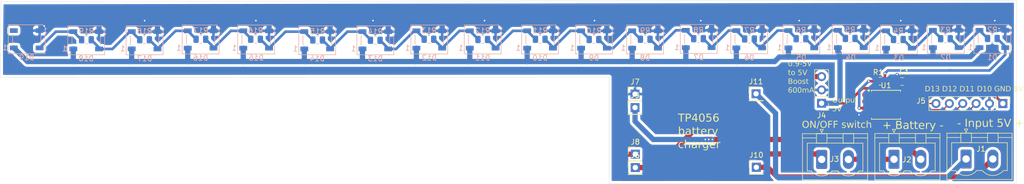
<source format=kicad_pcb>
(kicad_pcb (version 20240108) (generator "pcbnew") (generator_version "8.0")
  (layers (0 "F.Cu" signal) (31 "B.Cu" signal) (34 "B.Paste" user) (35 "F.Paste" user) (36 "B.SilkS" user "B.Silkscreen") (37 "F.SilkS" user "F.Silkscreen") (38 "B.Mask" user) (39 "F.Mask" user) (44 "Edge.Cuts" user))
  (net 0 "")
  (net 1 "GND")
  (net 2 "5V")
  (net 3 "Net-(D1-DIN)")
  (net 4 "Net-(D1-DOUT)")
  (net 5 "Net-(D2-DOUT)")
  (net 6 "Net-(D3-DOUT)")
  (net 7 "Net-(D4-DOUT)")
  (net 8 "Net-(D5-DOUT)")
  (net 9 "Net-(D6-DOUT)")
  (net 10 "7-8")
  (net 11 "Net-(D8-DOUT)")
  (net 12 "Net-(D10-DIN)")
  (net 13 "Net-(D10-DOUT)")
  (net 14 "Net-(D11-DOUT)")
  (net 15 "Net-(D12-DOUT)")
  (net 16 "Net-(D13-DOUT)")
  (net 17 "Net-(D14-DOUT)")
  (net 18 "15-16")
  (net 19 "Net-(D16-DOUT)")
  (net 20 "Net-(D17-DOUT)")
  (net 21 "Net-(D18-DOUT)")
  (net 23 "WS2812b")
  (net 24 "D11")
  (net 25 "Reset")
  (net 26 "D13")
  (net 27 "D12")
  (net 29 "Net-(J1-Pin_2)")
  (net 30 "Net-(J1-Pin_1)")
  (net 31 "Batt-")
  (net 32 "Net-(J2-Pin_1)")
  (net 33 "Net-(J3-Pin_1)")
  (net 34 "VCC-batt")
  (footprint "Package_SO:SOIC-8W_5.3x5.3mm_P1.27mm" (layer "F.Cu") (at 237.45 112.945)
    (property "Reference" "U1")
    (property "Value" "ATtiny85-20S" (hide yes))
  )
  (footprint "Connector_PinHeader_2.54mm:PinHeader_1x01_P2.54mm_Vertical" (layer "F.Cu") (at 212.8 124.85)
    (property "Reference" "J10")
    (property "Value" "Conn_01x01_Pin" (hide yes))
  )
  (footprint "Connector_Phoenix_MSTB:PhoenixContact_MSTBVA_2,5_2-G-5,08_1x02_P5.08mm_Vertical" (layer "F.Cu") (at 238.96 123.3225)
    (property "Reference" "J2")
    (property "Value" "Screw_Terminal_01x02" (hide yes))
  )
  (footprint "Connector_PinHeader_2.54mm:PinHeader_1x01_P2.54mm_Vertical" (layer "F.Cu") (at 212.75 110.85)
    (property "Reference" "J11")
    (property "Value" "Conn_01x01_Pin" (hide yes))
  )
  (footprint "Capacitor_SMD:C_0805_2012Metric" (layer "F.Cu") (at 240.5 108.5 180)
    (property "Reference" "C1")
    (property "Value" "C" (hide yes))
  )
  (footprint "Connector_PinHeader_2.54mm:PinHeader_1x06_P2.54mm_Vertical" (layer "F.Cu") (at 259.64 112.7 -90)
    (property "Reference" "J5")
    (property "Value" "Conn_01x06_Pin" (hide yes))
  )
  (footprint "Connector_PinHeader_2.54mm:PinHeader_1x03_P2.54mm_Vertical" (layer "F.Cu") (at 225.2 112.65 180)
    (property "Reference" "J4")
    (property "Value" "Conn_01x03_Pin" (hide yes))
  )
  (footprint "Connector_PinHeader_2.54mm:PinHeader_1x01_P2.54mm_Vertical" (layer "F.Cu") (at 189.75 110.9)
    (property "Reference" "J7")
    (property "Value" "Conn_01x01_Pin" (hide yes))
  )
  (footprint "Connector_Phoenix_MSTB:PhoenixContact_MSTBVA_2,5_2-G-5,08_1x02_P5.08mm_Vertical" (layer "F.Cu") (at 225.22 123.35)
    (property "Reference" "J3")
    (property "Value" "Screw_Terminal_01x02" (hide yes))
  )
  (footprint "Connector_Phoenix_MSTB:PhoenixContact_MSTBVA_2,5_2-G-5,08_1x02_P5.08mm_Vertical" (layer "F.Cu") (at 252.66 123.2725)
    (property "Reference" "J1")
    (property "Value" "Screw_Terminal_01x02" (hide yes))
  )
  (footprint "Connector_PinHeader_2.54mm:PinHeader_1x01_P2.54mm_Vertical" (layer "F.Cu") (at 189.8 124.9)
    (property "Reference" "J6")
    (property "Value" "Conn_01x01_Pin" (hide yes))
  )
  (footprint "Connector_PinHeader_2.54mm:PinHeader_1x01_P2.54mm_Vertical" (layer "F.Cu") (at 189.75 113.475)
    (property "Reference" "J9")
    (property "Value" "Conn_01x01_Pin" (hide yes))
  )
  (footprint "Resistor_SMD:R_0805_2012Metric" (layer "F.Cu") (at 236.3125 108.45)
    (property "Reference" "R1")
    (property "Value" "330" (hide yes))
  )
  (footprint "Connector_PinHeader_2.54mm:PinHeader_1x01_P2.54mm_Vertical" (layer "F.Cu") (at 189.8 122.35)
    (property "Reference" "J8")
    (property "Value" "Conn_01x01_Pin" (hide yes))
  )
  (footprint "LED_SMD:LED_WS2812B_PLCC4_5.0x5.0mm_P3.2mm" (layer "B.Cu") (at 221.35 100.45)
    (property "Reference" "D5")
    (property "Value" "WS2812B")
  )
  (footprint "Resistor_SMD:R_0805_2012Metric" (layer "B.Cu") (at 191.6875 100.45 180)
    (property "Reference" "R9")
    (property "Value" "0R")
  )
  (footprint "LED_SMD:LED_WS2812B_PLCC4_5.0x5.0mm_P3.2mm" (layer "B.Cu") (at 239.9 100.5)
    (property "Reference" "D3")
    (property "Value" "WS2812B")
  )
  (footprint "LED_SMD:LED_WS2812B_PLCC4_5.0x5.0mm_P3.2mm" (layer "B.Cu") (at 248.8 100.4)
    (property "Reference" "D2")
    (property "Value" "WS2812B")
  )
  (footprint "LED_SMD:LED_WS2812B_PLCC4_5.0x5.0mm_P3.2mm" (layer "B.Cu") (at 191.65 100.5)
    (property "Reference" "D8")
    (property "Value" "WS2812B")
  )
  (footprint "Resistor_SMD:R_0805_2012Metric" (layer "B.Cu") (at 85.5 100.55 180)
    (property "Reference" "R19")
    (property "Value" "0R")
  )
  (footprint "Resistor_SMD:R_0805_2012Metric" (layer "B.Cu") (at 150.5875 100.45 180)
    (property "Reference" "R13")
    (property "Value" "0R")
  )
  (footprint "LED_SMD:LED_WS2812B_PLCC4_5.0x5.0mm_P3.2mm" (layer "B.Cu") (at 96.55 100.65)
    (property "Reference" "D17")
    (property "Value" "WS2812B")
  )
  (footprint "Resistor_SMD:R_0805_2012Metric" (layer "B.Cu") (at 230.6375 100.3 180)
    (property "Reference" "R5")
    (property "Value" "0R")
  )
  (footprint "Resistor_SMD:R_0805_2012Metric" (layer "B.Cu") (at 140.3875 100.65 180)
    (property "Reference" "R14")
    (property "Value" "0R")
  )
  (footprint "LED_SMD:LED_WS2812B_PLCC4_5.0x5.0mm_P3.2mm" (layer "B.Cu") (at 129.35 100.65)
    (property "Reference" "D14")
    (property "Value" "WS2812B")
  )
  (footprint "LED_SMD:LED_WS2812B_PLCC4_5.0x5.0mm_P3.2mm" (layer "B.Cu") (at 257.65 100.4)
    (property "Reference" "D1")
    (property "Value" "WS2812B")
  )
  (footprint "LED_SMD:LED_WS2812B_PLCC4_5.0x5.0mm_P3.2mm" (layer "B.Cu") (at 85.45 100.65)
    (property "Reference" "D18")
    (property "Value" "WS2812B")
  )
  (footprint "Resistor_SMD:R_0805_2012Metric" (layer "B.Cu") (at 257.65 100.3 180)
    (property "Reference" "R2")
    (property "Value" "0R")
  )
  (footprint "Resistor_SMD:R_0805_2012Metric" (layer "B.Cu") (at 107.25 100.45 180)
    (property "Reference" "R17")
    (property "Value" "0R")
  )
  (footprint "LED_SMD:LED_WS2812B_PLCC4_5.0x5.0mm_P3.2mm" (layer "B.Cu") (at 74.15 100.45)
    (property "Reference" "D19")
    (property "Value" "WS2812B")
  )
  (footprint "Resistor_SMD:R_0805_2012Metric" (layer "B.Cu") (at 160.8125 100.5 180)
    (property "Reference" "R12")
    (property "Value" "0R")
  )
  (footprint "Resistor_SMD:R_0805_2012Metric" (layer "B.Cu") (at 96.55 100.55 180)
    (property "Reference" "R18")
    (property "Value" "0R")
  )
  (footprint "Resistor_SMD:R_0805_2012Metric" (layer "B.Cu") (at 181.95 100.5 180)
    (property "Reference" "R10")
    (property "Value" "0R")
  )
  (footprint "LED_SMD:LED_WS2812B_PLCC4_5.0x5.0mm_P3.2mm" (layer "B.Cu") (at 171.7 100.5)
    (property "Reference" "D10")
    (property "Value" "WS2812B")
  )
  (footprint "Resistor_SMD:R_0805_2012Metric" (layer "B.Cu") (at 117.6375 100.45 180)
    (property "Reference" "R16")
    (property "Value" "0R")
  )
  (footprint "LED_SMD:LED_WS2812B_PLCC4_5.0x5.0mm_P3.2mm" (layer "B.Cu") (at 150.65 100.5)
    (property "Reference" "D12")
    (property "Value" "WS2812B")
  )
  (footprint "Resistor_SMD:R_0805_2012Metric" (layer "B.Cu") (at 171.7375 100.45 180)
    (property "Reference" "R11")
    (property "Value" "0R")
  )
  (footprint "LED_SMD:LED_WS2812B_PLCC4_5.0x5.0mm_P3.2mm" (layer "B.Cu") (at 140.4 100.65)
    (property "Reference" "D13")
    (property "Value" "WS2812B")
  )
  (footprint "LED_SMD:LED_WS2812B_PLCC4_5.0x5.0mm_P3.2mm" (layer "B.Cu") (at 160.8 100.5)
    (property "Reference" "D11")
    (property "Value" "WS2812B")
  )
  (footprint "Resistor_SMD:R_0805_2012Metric" (layer "B.Cu") (at 211.5 100.4 180)
    (property "Reference" "R7")
    (property "Value" "0R")
  )
  (footprint "LED_SMD:LED_WS2812B_PLCC4_5.0x5.0mm_P3.2mm" (layer "B.Cu") (at 117.75 100.5)
    (property "Reference" "D15")
    (property "Value" "WS2812B")
  )
  (footprint "Resistor_SMD:R_0805_2012Metric" (layer "B.Cu") (at 129.4375 100.6 180)
    (property "Reference" "R15")
    (property "Value" "0R")
  )
  (footprint "LED_SMD:LED_WS2812B_PLCC4_5.0x5.0mm_P3.2mm" (layer "B.Cu") (at 107.2 100.5)
    (property "Reference" "D16")
    (property "Value" "WS2812B")
  )
  (footprint "Resistor_SMD:R_0805_2012Metric" (layer "B.Cu") (at 248.7375 100.35 180)
    (property "Reference" "R3")
    (property "Value" "0R")
  )
  (footprint "LED_SMD:LED_WS2812B_PLCC4_5.0x5.0mm_P3.2mm" (layer "B.Cu") (at 230.75 100.4)
    (property "Reference" "D4")
    (property "Value" "WS2812B")
  )
  (footprint "LED_SMD:LED_WS2812B_PLCC4_5.0x5.0mm_P3.2mm" (layer "B.Cu") (at 201.85 100.4)
    (property "Reference" "D7")
    (property "Value" "WS2812B")
  )
  (footprint "LED_SMD:LED_WS2812B_PLCC4_5.0x5.0mm_P3.2mm" (layer "B.Cu") (at 211.45 100.45)
    (property "Reference" "D6")
    (property "Value" "WS2812B")
  )
  (footprint "LED_SMD:LED_WS2812B_PLCC4_5.0x5.0mm_P3.2mm" (layer "B.Cu") (at 181.95 100.5)
    (property "Reference" "D9")
    (property "Value" "WS2812B")
  )
  (footprint "Resistor_SMD:R_0805_2012Metric" (layer "B.Cu") (at 221.2875 100.35 180)
    (property "Reference" "R6")
    (property "Value" "0R")
  )
  (footprint "Resistor_SMD:R_0805_2012Metric" (layer "B.Cu") (at 201.8125 100.35 180)
    (property "Reference" "R8")
    (property "Value" "0R")
  )
  (footprint "Resistor_SMD:R_0805_2012Metric" (layer "B.Cu") (at 239.7875 100.5 180)
    (property "Reference" "R4")
    (property "Value" "0R")
  )
  (gr_line (start 69.1 107.75) (end 184.8 107.7) (stroke (width 0.05)) (layer "Edge.Cuts"))
  (gr_line (start 262.2 128) (end 184.8 127.95) (stroke (width 0.05)) (layer "Edge.Cuts"))
  (gr_line (start 69.1 107.75) (end 69.25 93.3) (stroke (width 0.05)) (layer "Edge.Cuts"))
  (gr_line (start 69.25 93.3) (end 262.25 93) (stroke (width 0.05)) (layer "Edge.Cuts"))
  (gr_line (start 262.25 93) (end 262.2 128) (stroke (width 0.05)) (layer "Edge.Cuts"))
  (gr_line (start 184.8 127.95) (end 184.8 107.7) (stroke (width 0.05)) (layer "Edge.Cuts"))
  (gr_text "D13 D12 D11 D10 GND 5V" (at 244.8 110.55 0) (layer "F.SilkS") (effects (font (size 1 1)) (justify left bottom)))
  (gr_text "+ Battery -" (at 236.75 117.8 0) (layer "F.SilkS") (effects (font (size 1.5 1.5)) (justify left bottom)))
  (gr_text "TP4056\nbattery \ncharger" (at 197.9 121.45 0) (layer "F.SilkS") (effects (font (size 1.5 1.5)) (justify left bottom)))
  (gr_text "ON/OFF switch" (at 221.45 117.55 0) (layer "F.SilkS") (effects (font (size 1.3 1.3)) (justify left bottom)))
  (gr_text "- Input 5V +" (at 250.95 117.4 0) (layer "F.SilkS") (effects (font (size 1.5 1.5)) (justify left bottom)))
  (gr_text "Output\n5V" (at 227.2 114.35 0) (layer "F.SilkS") (effects (font (size 1 1)) (justify left bottom)))
  (gr_text "0.9-5V\nto 5V\nBoost\n600mA" (at 218.8 110.8 0) (layer "F.SilkS") (effects (font (size 1 1)) (justify left bottom)))
  (segment (start 233.8 114.85) (end 232.3 114.85) (width 0.5) (layer "F.Cu") (net 1))
  (segment (start 239.55 108.5) (end 239.55 107.15) (width 0.5) (layer "F.Cu") (net 1))
  (via (at 139.95 96.9) (size 0.6) (drill 0.3) (layers "F.Cu" "B.Cu") (net 1))
  (via (at 161.15 96.9) (size 0.6) (drill 0.3) (layers "F.Cu" "B.Cu") (net 1))
  (via (at 220.95 96.9) (size 0.6) (drill 0.3) (layers "F.Cu" "B.Cu") (net 1))
  (via (at 117.7 96.9) (size 0.6) (drill 0.3) (layers "F.Cu" "B.Cu") (net 1))
  (via (at 96.55 96.9) (size 0.6) (drill 0.3) (layers "F.Cu" "B.Cu") (net 1))
  (via (at 258.1 96.9) (size 0.6) (drill 0.3) (layers "F.Cu" "B.Cu") (net 1))
  (via (at 232.3 114.85) (size 0.6) (drill 0.3) (layers "F.Cu" "B.Cu") (net 1))
  (via (at 77.475 97.925) (size 0.6) (drill 0.3) (layers "F.Cu" "B.Cu") (net 1))
  (via (at 239.55 107.15) (size 0.6) (drill 0.3) (layers "F.Cu" "B.Cu") (net 1))
  (via (at 240.25 96.9) (size 0.6) (drill 0.3) (layers "F.Cu" "B.Cu") (net 1))
  (via (at 202.25 96.9) (size 0.6) (drill 0.3) (layers "F.Cu" "B.Cu") (net 1))
  (via (at 182.05 96.9) (size 0.6) (drill 0.3) (layers "F.Cu" "B.Cu") (net 1))
  (segment (start 224 96.9) (end 220.95 96.9) (width 1) (layer "B.Cu") (net 1))
  (segment (start 117.7 96.9) (end 109.55 96.9) (width 1) (layer "B.Cu") (net 1))
  (segment (start 184.4 98.85) (end 184.4 97) (width 1) (layer "B.Cu") (net 1))
  (segment (start 153.1 97.1) (end 152.9 96.9) (width 1) (layer "B.Cu") (net 1))
  (segment (start 120.2 98.85) (end 120.2 97) (width 1) (layer "B.Cu") (net 1))
  (segment (start 98.8 96.9) (end 96.55 96.9) (width 1) (layer "B.Cu") (net 1))
  (segment (start 142.8 96.9) (end 139.95 96.9) (width 1) (layer "B.Cu") (net 1))
  (segment (start 161.15 96.9) (end 152.9 96.9) (width 1) (layer "B.Cu") (net 1))
  (segment (start 242.35 98.85) (end 242.35 97.15) (width 1) (layer "B.Cu") (net 1))
  (segment (start 142.85 99) (end 142.85 96.95) (width 1) (layer "B.Cu") (net 1))
  (segment (start 120.3 96.9) (end 117.7 96.9) (width 1) (layer "B.Cu") (net 1))
  (segment (start 213.85 96.9) (end 204.55 96.9) (width 1) (layer "B.Cu") (net 1))
  (segment (start 78.5 96.9) (end 77.475 97.925) (width 1) (layer "B.Cu") (net 1))
  (segment (start 204.3 98.75) (end 204.3 97.15) (width 1) (layer "B.Cu") (net 1))
  (segment (start 182.05 96.9) (end 174.35 96.9) (width 1) (layer "B.Cu") (net 1))
  (segment (start 109.65 97) (end 109.55 96.9) (width 1) (layer "B.Cu") (net 1))
  (segment (start 184.4 97) (end 184.3 96.9) (width 1) (layer "B.Cu") (net 1))
  (segment (start 120.2 97) (end 120.3 96.9) (width 1) (layer "B.Cu") (net 1))
  (segment (start 152.9 96.9) (end 142.8 96.9) (width 1) (layer "B.Cu") (net 1))
  (segment (start 109.65 98.85) (end 109.65 97) (width 1) (layer "B.Cu") (net 1))
  (segment (start 194.1 97.1) (end 194.3 96.9) (width 1) (layer "B.Cu") (net 1))
  (segment (start 131.75 96.9) (end 120.3 96.9) (width 1) (layer "B.Cu") (net 1))
  (segment (start 153.1 98.85) (end 153.1 97.1) (width 1) (layer "B.Cu") (net 1))
  (segment (start 240.25 96.9) (end 232.95 96.9) (width 1) (layer "B.Cu") (net 1))
  (segment (start 232.95 96.9) (end 224 96.9) (width 1) (layer "B.Cu") (net 1))
  (segment (start 163.4 96.9) (end 161.15 96.9) (width 1) (layer "B.Cu") (net 1))
  (segment (start 87.9 97.15) (end 88.15 96.9) (width 1) (layer "B.Cu") (net 1))
  (segment (start 251 96.9) (end 242.1 96.9) (width 1) (layer "B.Cu") (net 1))
  (segment (start 174.35 96.9) (end 163.4 96.9) (width 1) (layer "B.Cu") (net 1))
  (segment (start 109.55 96.9) (end 98.8 96.9) (width 1) (layer "B.Cu") (net 1))
  (segment (start 258.1 96.9) (end 251 96.9) (width 1) (layer "B.Cu") (net 1))
  (segment (start 194.3 96.9) (end 184.3 96.9) (width 1) (layer "B.Cu") (net 1))
  (segment (start 99 97.1) (end 98.8 96.9) (width 1) (layer "B.Cu") (net 1))
  (segment (start 242.35 97.15) (end 242.1 96.9) (width 1) (layer "B.Cu") (net 1))
  (segment (start 213.9 98.8) (end 213.9 96.95) (width 1) (layer "B.Cu") (net 1))
  (segment (start 251.25 97.15) (end 251 96.9) (width 1) (layer "B.Cu") (net 1))
  (segment (start 258.25 96.9) (end 258.1 96.9) (width 1) (layer "B.Cu") (net 1))
  (segment (start 96.55 96.9) (end 88.15 96.9) (width 1) (layer "B.Cu") (net 1))
  (segment (start 77.475 97.925) (end 76.6 98.8) (width 1) (layer "B.Cu") (net 1))
  (segment (start 163.25 97.05) (end 163.4 96.9) (width 1) (layer "B.Cu") (net 1))
  (segment (start 139.95 96.9) (end 131.75 96.9) (width 1) (layer "B.Cu") (net 1))
  (segment (start 223.8 98.8) (end 223.8 97.1) (width 1) (layer "B.Cu") (net 1))
  (segment (start 251.25 98.75) (end 251.25 97.15) (width 1) (layer "B.Cu") (net 1))
  (segment (start 223.8 97.1) (end 224 96.9) (width 1) (layer "B.Cu") (net 1))
  (segment (start 194.1 98.85) (end 194.1 97.1) (width 1) (layer "B.Cu") (net 1))
  (segment (start 131.8 96.95) (end 131.75 96.9) (width 1) (layer "B.Cu") (net 1))
  (segment (start 233.2 98.75) (end 233.2 97.15) (width 1) (layer "B.Cu") (net 1))
  (segment (start 99 99) (end 99 97.1) (width 1) (layer "B.Cu") (net 1))
  (segment (start 174.15 97.1) (end 174.35 96.9) (width 1) (layer "B.Cu") (net 1))
  (segment (start 220.95 96.9) (end 213.85 96.9) (width 1) (layer "B.Cu") (net 1))
  (segment (start 242.1 96.9) (end 240.25 96.9) (width 1) (layer "B.Cu") (net 1))
  (segment (start 174.15 98.85) (end 174.15 97.1) (width 1) (layer "B.Cu") (net 1))
  (segment (start 260.1 98.75) (end 258.25 96.9) (width 1) (layer "B.Cu") (net 1))
  (segment (start 131.8 99) (end 131.8 96.95) (width 1) (layer "B.Cu") (net 1))
  (segment (start 184.3 96.9) (end 182.05 96.9) (width 1) (layer "B.Cu") (net 1))
  (segment (start 204.55 96.9) (end 202.25 96.9) (width 1) (layer "B.Cu") (net 1))
  (segment (start 204.3 97.15) (end 204.55 96.9) (width 1) (layer "B.Cu") (net 1))
  (segment (start 233.2 97.15) (end 232.95 96.9) (width 1) (layer "B.Cu") (net 1))
  (segment (start 88.15 96.9) (end 78.5 96.9) (width 1) (layer "B.Cu") (net 1))
  (segment (start 163.25 98.85) (end 163.25 97.05) (width 1) (layer "B.Cu") (net 1))
  (segment (start 142.85 96.95) (end 142.8 96.9) (width 1) (layer "B.Cu") (net 1))
  (segment (start 213.9 96.95) (end 213.85 96.9) (width 1) (layer "B.Cu") (net 1))
  (segment (start 202.25 96.9) (end 194.3 96.9) (width 1) (layer "B.Cu") (net 1))
  (segment (start 87.9 99) (end 87.9 97.15) (width 1) (layer "B.Cu") (net 1))
  (segment (start 230.115 112.65) (end 225.2 112.65) (width 0.5) (layer "F.Cu") (net 2))
  (segment (start 241.45 109.8) (end 241.45 110.69) (width 0.5) (layer "F.Cu") (net 2))
  (segment (start 259.64 112.7) (end 256.74 109.8) (width 0.5) (layer "F.Cu") (net 2))
  (segment (start 241.45 109.8) (end 232.965 109.8) (width 0.5) (layer "F.Cu") (net 2))
  (segment (start 256.74 109.8) (end 241.45 109.8) (width 0.5) (layer "F.Cu") (net 2))
  (segment (start 241.45 108.5) (end 241.45 109.8) (width 0.5) (layer "F.Cu") (net 2))
  (segment (start 232.965 109.8) (end 230.115 112.65) (width 0.5) (layer "F.Cu") (net 2))
  (segment (start 241.45 110.69) (end 241.1 111.04) (width 0.5) (layer "F.Cu") (net 2))
  (segment (start 237.45 102.15) (end 237.45 103.8) (width 1) (layer "B.Cu") (net 2))
  (segment (start 228.3 102.85) (end 228.3 102.05) (width 1) (layer "B.Cu") (net 2))
  (segment (start 115.3 102.15) (end 115.3 104.65) (width 1) (layer "B.Cu") (net 2))
  (segment (start 255.2 102.05) (end 253.45 103.8) (width 1) (layer "B.Cu") (net 2))
  (segment (start 179.5 102.15) (end 179.5 104.65) (width 1) (layer "B.Cu") (net 2))
  (segment (start 228.15 112.65) (end 228.7 112.1) (width 1) (layer "B.Cu") (net 2))
  (segment (start 228.5 103.6) (end 228.5 103.05) (width 1) (layer "B.Cu") (net 2))
  (segment (start 179.5 104.65) (end 179.55 104.7) (width 1) (layer "B.Cu") (net 2))
  (segment (start 104.75 104.7) (end 93.75 104.7) (width 1) (layer "B.Cu") (net 2))
  (segment (start 188.95 104.7) (end 179.55 104.7) (width 1) (layer "B.Cu") (net 2))
  (segment (start 127.05 104.7) (end 115.25 104.7) (width 1) (layer "B.Cu") (net 2))
  (segment (start 148.05 104.7) (end 137.85 104.7) (width 1) (layer "B.Cu") (net 2))
  (segment (start 228.7 103.8) (end 228.65 103.85) (width 1) (layer "B.Cu") (net 2))
  (segment (start 158.35 104.4) (end 158.05 104.7) (width 1) (layer "B.Cu") (net 2))
  (segment (start 237.45 103.8) (end 228.7 103.8) (width 1) (layer "B.Cu") (net 2))
  (segment (start 246.25 103.8) (end 237.45 103.8) (width 1) (layer "B.Cu") (net 2))
  (segment (start 228.65 103.85) (end 218.9 103.85) (width 1) (layer "B.Cu") (net 2))
  (segment (start 225.2 112.65) (end 228.15 112.65) (width 1) (layer "B.Cu") (net 2))
  (segment (start 253.45 103.8) (end 246.25 103.8) (width 1) (layer "B.Cu") (net 2))
  (segment (start 94.1 102.3) (end 94.1 104.35) (width 1) (layer "B.Cu") (net 2))
  (segment (start 158.35 102.15) (end 158.35 104.4) (width 1) (layer "B.Cu") (net 2))
  (segment (start 189.2 104.45) (end 188.95 104.7) (width 1) (layer "B.Cu") (net 2))
  (segment (start 93.75 104.7) (end 83 104.7) (width 1) (layer "B.Cu") (net 2))
  (segment (start 209 104.65) (end 209.05 104.7) (width 1) (layer "B.Cu") (net 2))
  (segment (start 83 104.7) (end 74.3 104.7) (width 1) (layer "B.Cu") (net 2))
  (segment (start 228.7 112.1) (end 228.7 103.8) (width 1) (layer "B.Cu") (net 2))
  (segment (start 83 102.3) (end 83 104.7) (width 1) (layer "B.Cu") (net 2))
  (segment (start 126.9 102.3) (end 126.9 104.55) (width 1) (layer "B.Cu") (net 2))
  (segment (start 228.5 103.05) (end 228.3 102.85) (width 1) (layer "B.Cu") (net 2))
  (segment (start 209 102.1) (end 209 104.65) (width 1) (layer "B.Cu") (net 2))
  (segment (start 218.9 103.85) (end 217.15 103.85) (width 1) (layer "B.Cu") (net 2))
  (segment (start 246.35 103.7) (end 246.25 103.8) (width 1) (layer "B.Cu") (net 2))
  (segment (start 209.05 104.7) (end 199.45 104.7) (width 1) (layer "B.Cu") (net 2))
  (segment (start 137.95 102.3) (end 137.95 104.6) (width 1) (layer "B.Cu") (net 2))
  (segment (start 74.3 104.7) (end 71.7 102.1) (width 1) (layer "B.Cu") (net 2))
  (segment (start 148.2 102.15) (end 148.2 104.55) (width 1) (layer "B.Cu") (net 2))
  (segment (start 169.25 104.7) (end 158.05 104.7) (width 1) (layer "B.Cu") (net 2))
  (segment (start 228.7 103.8) (end 228.5 103.6) (width 1) (layer "B.Cu") (net 2))
  (segment (start 179.55 104.7) (end 169.25 104.7) (width 1) (layer "B.Cu") (net 2))
  (segment (start 199.45 104.7) (end 188.95 104.7) (width 1) (layer "B.Cu") (net 2))
  (segment (start 115.3 104.65) (end 115.25 104.7) (width 1) (layer "B.Cu") (net 2))
  (segment (start 169.25 102.15) (end 169.25 104.7) (width 1) (layer "B.Cu") (net 2))
  (segment (start 246.35 102.05) (end 246.35 103.7) (width 1) (layer "B.Cu") (net 2))
  (segment (start 126.9 104.55) (end 127.05 104.7) (width 1) (layer "B.Cu") (net 2))
  (segment (start 199.4 104.65) (end 199.45 104.7) (width 1) (layer "B.Cu") (net 2))
  (segment (start 189.2 102.15) (end 189.2 104.45) (width 1) (layer "B.Cu") (net 2))
  (segment (start 217.15 103.85) (end 216.3 104.7) (width 1) (layer "B.Cu") (net 2))
  (segment (start 148.2 104.55) (end 148.05 104.7) (width 1) (layer "B.Cu") (net 2))
  (segment (start 94.1 104.35) (end 93.75 104.7) (width 1) (layer "B.Cu") (net 2))
  (segment (start 137.95 104.6) (end 137.85 104.7) (width 1) (layer "B.Cu") (net 2))
  (segment (start 199.4 102.05) (end 199.4 104.65) (width 1) (layer "B.Cu") (net 2))
  (segment (start 137.85 104.7) (end 127.05 104.7) (width 1) (layer "B.Cu") (net 2))
  (segment (start 218.9 102.1) (end 218.9 103.85) (width 1) (layer "B.Cu") (net 2))
  (segment (start 104.75 102.15) (end 104.75 104.7) (width 1) (layer "B.Cu") (net 2))
  (segment (start 115.25 104.7) (end 104.75 104.7) (width 1) (layer "B.Cu") (net 2))
  (segment (start 216.3 104.7) (end 209.05 104.7) (width 1) (layer "B.Cu") (net 2))
  (segment (start 158.05 104.7) (end 148.05 104.7) (width 1) (layer "B.Cu") (net 2))
  (segment (start 237.225 108.45) (end 237.225 106.975) (width 0.5) (layer "F.Cu") (net 3))
  (segment (start 237.225 106.975) (end 237.25 106.95) (width 0.5) (layer "F.Cu") (net 3))
  (via (at 237.25 106.95) (size 0.6) (drill 0.3) (layers "F.Cu" "B.Cu") (net 3))
  (segment (start 237.8 106.4) (end 249.5 106.4) (width 0.5) (layer "B.Cu") (net 3))
  (segment (start 237.25 106.95) (end 237.8 106.4) (width 0.5) (layer "B.Cu") (net 3))
  (segment (start 260.1 102.05) (end 260.1 103.4) (width 0.5) (layer "B.Cu") (net 3))
  (segment (start 249.5 106.4) (end 249.85 106.4) (width 0.5) (layer "B.Cu") (net 3))
  (segment (start 260.1 101.8375) (end 258.5625 100.3) (width 0.5) (layer "B.Cu") (net 3))
  (segment (start 260.1 102.05) (end 260.1 101.8375) (width 0.5) (layer "B.Cu") (net 3))
  (segment (start 257.1 106.4) (end 249.5 106.4) (width 0.5) (layer "B.Cu") (net 3))
  (segment (start 260.1 103.4) (end 257.1 106.4) (width 0.5) (layer "B.Cu") (net 3))
  (segment (start 251.9 102.05) (end 251.25 102.05) (width 0.5) (layer "B.Cu") (net 4))
  (segment (start 251.25 102.05) (end 251.25 101.95) (width 0.5) (layer "B.Cu") (net 4))
  (segment (start 251.25 101.95) (end 249.65 100.35) (width 0.5) (layer "B.Cu") (net 4))
  (segment (start 256.7375 100.2875) (end 255.2 98.75) (width 0.5) (layer "B.Cu") (net 4))
  (segment (start 256.7375 100.3) (end 256.7375 100.2875) (width 0.5) (layer "B.Cu") (net 4))
  (segment (start 255.2 98.75) (end 251.9 102.05) (width 0.5) (layer "B.Cu") (net 4))
  (segment (start 247.825 100.225) (end 246.35 98.75) (width 0.5) (layer "B.Cu") (net 5))
  (segment (start 247.825 100.35) (end 247.825 100.225) (width 0.5) (layer "B.Cu") (net 5))
  (segment (start 246.35 98.75) (end 242.95 102.15) (width 0.5) (layer "B.Cu") (net 5))
  (segment (start 242.95 102.15) (end 242.35 102.15) (width 0.5) (layer "B.Cu") (net 5))
  (segment (start 242.35 102.15) (end 240.7 100.5) (width 0.5) (layer "B.Cu") (net 5))
  (segment (start 233.2 101.95) (end 231.55 100.3) (width 0.5) (layer "B.Cu") (net 6))
  (segment (start 238.875 100.275) (end 237.45 98.85) (width 0.5) (layer "B.Cu") (net 6))
  (segment (start 238.875 100.5) (end 238.875 100.275) (width 0.5) (layer "B.Cu") (net 6))
  (segment (start 233.2 102.05) (end 233.2 101.95) (width 0.5) (layer "B.Cu") (net 6))
  (segment (start 237.45 98.85) (end 236.4 98.85) (width 0.5) (layer "B.Cu") (net 6))
  (segment (start 236.4 98.85) (end 233.2 102.05) (width 0.5) (layer "B.Cu") (net 6))
  (segment (start 227.15 98.75) (end 223.8 102.1) (width 0.5) (layer "B.Cu") (net 7))
  (segment (start 228.3 98.75) (end 227.15 98.75) (width 0.5) (layer "B.Cu") (net 7))
  (segment (start 229.725 100.3) (end 229.725 100.175) (width 0.5) (layer "B.Cu") (net 7))
  (segment (start 223.8 101.95) (end 222.2 100.35) (width 0.5) (layer "B.Cu") (net 7))
  (segment (start 223.8 102.1) (end 223.8 101.95) (width 0.5) (layer "B.Cu") (net 7))
  (segment (start 229.725 100.175) (end 228.3 98.75) (width 0.5) (layer "B.Cu") (net 7))
  (segment (start 218.9 98.8) (end 216.85 98.8) (width 0.5) (layer "B.Cu") (net 8))
  (segment (start 220.375 100.275) (end 218.9 98.8) (width 0.5) (layer "B.Cu") (net 8))
  (segment (start 216.85 98.8) (end 213.9 101.75) (width 0.5) (layer "B.Cu") (net 8))
  (segment (start 220.375 100.35) (end 220.375 100.275) (width 0.5) (layer "B.Cu") (net 8))
  (segment (start 212.4125 100.4) (end 212.4125 101.1) (width 0.5) (layer "B.Cu") (net 8))
  (segment (start 212.4125 101.1) (end 213.0625 101.75) (width 0.5) (layer "B.Cu") (net 8))
  (segment (start 213.0625 101.75) (end 213.9 101.75) (width 0.5) (layer "B.Cu") (net 8))
  (segment (start 210.5875 100.3875) (end 209 98.8) (width 0.5) (layer "B.Cu") (net 9))
  (segment (start 204.3 101.925) (end 202.725 100.35) (width 0.5) (layer "B.Cu") (net 9))
  (segment (start 209 98.8) (end 207.55 98.8) (width 0.5) (layer "B.Cu") (net 9))
  (segment (start 204.3 102.05) (end 204.3 101.925) (width 0.5) (layer "B.Cu") (net 9))
  (segment (start 210.5875 100.4) (end 210.5875 100.3875) (width 0.5) (layer "B.Cu") (net 9))
  (segment (start 207.55 98.8) (end 204.3 102.05) (width 0.5) (layer "B.Cu") (net 9))
  (segment (start 200.9 100.35) (end 200.9 100.25) (width 0.5) (layer "B.Cu") (net 10))
  (segment (start 194.1 102.15) (end 194.1 101.95) (width 0.5) (layer "B.Cu") (net 10))
  (segment (start 199.4 98.75) (end 197.5 98.75) (width 0.5) (layer "B.Cu") (net 10))
  (segment (start 197.5 98.75) (end 194.1 102.15) (width 0.5) (layer "B.Cu") (net 10))
  (segment (start 194.1 101.95) (end 192.6 100.45) (width 0.5) (layer "B.Cu") (net 10))
  (segment (start 200.9 100.25) (end 199.4 98.75) (width 0.5) (layer "B.Cu") (net 10))
  (segment (start 184.4 102.15) (end 184.4 102.0375) (width 0.5) (layer "B.Cu") (net 11))
  (segment (start 185.6 102.15) (end 184.4 102.15) (width 0.5) (layer "B.Cu") (net 11))
  (segment (start 190.775 100.45) (end 190.775 100.425) (width 0.5) (layer "B.Cu") (net 11))
  (segment (start 189.2 98.85) (end 188.9 98.85) (width 0.5) (layer "B.Cu") (net 11))
  (segment (start 188.9 98.85) (end 185.6 102.15) (width 0.5) (layer "B.Cu") (net 11))
  (segment (start 190.775 100.425) (end 189.2 98.85) (width 0.5) (layer "B.Cu") (net 11))
  (segment (start 184.4 102.0375) (end 182.8625 100.5) (width 0.5) (layer "B.Cu") (net 11))
  (segment (start 174.15 101.95) (end 172.65 100.45) (width 0.5) (layer "B.Cu") (net 12))
  (segment (start 179.5 98.85) (end 177.45 98.85) (width 0.5) (layer "B.Cu") (net 12))
  (segment (start 174.15 102.15) (end 174.15 101.95) (width 0.5) (layer "B.Cu") (net 12))
  (segment (start 181.0375 100.3875) (end 179.5 98.85) (width 0.5) (layer "B.Cu") (net 12))
  (segment (start 177.45 98.85) (end 174.15 102.15) (width 0.5) (layer "B.Cu") (net 12))
  (segment (start 181.0375 100.5) (end 181.0375 100.3875) (width 0.5) (layer "B.Cu") (net 12))
  (segment (start 166.55 98.85) (end 163.25 102.15) (width 0.5) (layer "B.Cu") (net 13))
  (segment (start 169.25 98.85) (end 166.55 98.85) (width 0.5) (layer "B.Cu") (net 13))
  (segment (start 163.25 102.15) (end 163.25 102.025) (width 0.5) (layer "B.Cu") (net 13))
  (segment (start 170.825 100.45) (end 170.825 100.425) (width 0.5) (layer "B.Cu") (net 13))
  (segment (start 170.825 100.425) (end 169.25 98.85) (width 0.5) (layer "B.Cu") (net 13))
  (segment (start 163.25 102.025) (end 161.725 100.5) (width 0.5) (layer "B.Cu") (net 13))
  (segment (start 159.9 100.5) (end 159.9 100.4) (width 0.5) (layer "B.Cu") (net 14))
  (segment (start 153.1 102.15) (end 153.1 102.05) (width 0.5) (layer "B.Cu") (net 14))
  (segment (start 153.1 102.05) (end 151.5 100.45) (width 0.5) (layer "B.Cu") (net 14))
  (segment (start 158.35 98.85) (end 156.4 98.85) (width 0.5) (layer "B.Cu") (net 14))
  (segment (start 159.9 100.4) (end 158.35 98.85) (width 0.5) (layer "B.Cu") (net 14))
  (segment (start 156.4 98.85) (end 153.1 102.15) (width 0.5) (layer "B.Cu") (net 14))
  (segment (start 142.85 102.2) (end 141.3 100.65) (width 0.5) (layer "B.Cu") (net 15))
  (segment (start 142.85 102.3) (end 142.85 102.2) (width 0.5) (layer "B.Cu") (net 15))
  (segment (start 149.675 100.45) (end 149.675 100.325) (width 0.5) (layer "B.Cu") (net 15))
  (segment (start 147.8 98.85) (end 144.35 102.3) (width 0.5) (layer "B.Cu") (net 15))
  (segment (start 149.675 100.325) (end 148.2 98.85) (width 0.5) (layer "B.Cu") (net 15))
  (segment (start 144.35 102.3) (end 142.85 102.3) (width 0.5) (layer "B.Cu") (net 15))
  (segment (start 148.2 98.85) (end 147.8 98.85) (width 0.5) (layer "B.Cu") (net 15))
  (segment (start 131.8 102.3) (end 131.8 102.05) (width 0.5) (layer "B.Cu") (net 16))
  (segment (start 131.8 102.05) (end 130.35 100.6) (width 0.5) (layer "B.Cu") (net 16))
  (segment (start 139.475 100.65) (end 139.475 100.525) (width 0.5) (layer "B.Cu") (net 16))
  (segment (start 139.475 100.525) (end 137.95 99) (width 0.5) (layer "B.Cu") (net 16))
  (segment (start 135.1 99) (end 131.8 102.3) (width 0.5) (layer "B.Cu") (net 16))
  (segment (start 137.95 99) (end 135.1 99) (width 0.5) (layer "B.Cu") (net 16))
  (segment (start 120.2 102.1) (end 118.55 100.45) (width 0.5) (layer "B.Cu") (net 17))
  (segment (start 120.2 102.15) (end 120.2 102.1) (width 0.5) (layer "B.Cu") (net 17))
  (segment (start 128.5 100.6) (end 126.9 99) (width 0.5) (layer "B.Cu") (net 17))
  (segment (start 126.9 99) (end 123.35 99) (width 0.5) (layer "B.Cu") (net 17))
  (segment (start 123.35 99) (end 120.2 102.15) (width 0.5) (layer "B.Cu") (net 17))
  (segment (start 128.525 100.6) (end 128.5 100.6) (width 0.5) (layer "B.Cu") (net 17))
  (segment (start 116.725 100.45) (end 116.725 100.275) (width 0.5) (layer "B.Cu") (net 18))
  (segment (start 116.725 100.275) (end 115.3 98.85) (width 0.5) (layer "B.Cu") (net 18))
  (segment (start 112.95 98.85) (end 109.65 102.15) (width 0.5) (layer "B.Cu") (net 18))
  (segment (start 109.65 101.9375) (end 108.1625 100.45) (width 0.5) (layer "B.Cu") (net 18))
  (segment (start 109.65 102.15) (end 109.65 101.9375) (width 0.5) (layer "B.Cu") (net 18))
  (segment (start 115.3 98.85) (end 112.95 98.85) (width 0.5) (layer "B.Cu") (net 18))
  (segment (start 99 102.0875) (end 97.4625 100.55) (width 0.5) (layer "B.Cu") (net 19))
  (segment (start 106.3375 100.45) (end 106.3375 100.4375) (width 0.5) (layer "B.Cu") (net 19))
  (segment (start 106.3375 100.4375) (end 104.75 98.85) (width 0.5) (layer "B.Cu") (net 19))
  (segment (start 99 102.3) (end 99 102.0875) (width 0.5) (layer "B.Cu") (net 19))
  (segment (start 102.45 98.85) (end 99 102.3) (width 0.5) (layer "B.Cu") (net 19))
  (segment (start 104.75 98.85) (end 102.45 98.85) (width 0.5) (layer "B.Cu") (net 19))
  (segment (start 87.9 102.3) (end 87.9 102.0375) (width 0.5) (layer "B.Cu") (net 20))
  (segment (start 95.6375 100.5375) (end 94.1 99) (width 0.5) (layer "B.Cu") (net 20))
  (segment (start 90.45 102.3) (end 87.9 102.3) (width 0.5) (layer "B.Cu") (net 20))
  (segment (start 95.6375 100.55) (end 95.6375 100.5375) (width 0.5) (layer "B.Cu") (net 20))
  (segment (start 87.9 102.0375) (end 86.4125 100.55) (width 0.5) (layer "B.Cu") (net 20))
  (segment (start 93.75 99) (end 90.45 102.3) (width 0.5) (layer "B.Cu") (net 20))
  (segment (start 94.1 99) (end 93.75 99) (width 0.5) (layer "B.Cu") (net 20))
  (segment (start 84.55 100.55) (end 83 99) (width 0.5) (layer "B.Cu") (net 21))
  (segment (start 79.7 99) (end 76.6 102.1) (width 0.5) (layer "B.Cu") (net 21))
  (segment (start 83 99) (end 79.7 99) (width 0.5) (layer "B.Cu") (net 21))
  (segment (start 84.5875 100.55) (end 84.55 100.55) (width 0.5) (layer "B.Cu") (net 21))
  (segment (start 235.4 108.45) (end 234.15 108.45) (width 0.5) (layer "F.Cu") (net 23))
  (segment (start 233.8 113.58) (end 232.6 113.58) (width 0.5) (layer "F.Cu") (net 23))
  (segment (start 232.38 113.58) (end 232.35 113.55) (width 0.5) (layer "F.Cu") (net 23))
  (via (at 234.15 108.45) (size 0.6) (drill 0.3) (layers "F.Cu" "B.Cu") (net 23))
  (via (at 232.35 113.55) (size 0.6) (drill 0.3) (layers "F.Cu" "B.Cu") (net 23))
  (segment (start 234.15 108.45) (end 232.35 110.25) (width 0.5) (layer "B.Cu") (net 23))
  (segment (start 232.35 110.25) (end 232.35 113.55) (width 0.5) (layer "B.Cu") (net 23))
  (segment (start 252.02 112.7) (end 249.87 114.85) (width 0.25) (layer "F.Cu") (net 24))
  (segment (start 249.87 114.85) (end 241.1 114.85) (width 0.25) (layer "F.Cu") (net 24))
  (segment (start 250.91 116.35) (end 237.9 116.35) (width 0.25) (layer "F.Cu") (net 25))
  (segment (start 235.49 111.04) (end 233.8 111.04) (width 0.25) (layer "F.Cu") (net 25))
  (segment (start 235.9 111.45) (end 235.49 111.04) (width 0.25) (layer "F.Cu") (net 25))
  (segment (start 237.9 116.35) (end 235.9 114.35) (width 0.25) (layer "F.Cu") (net 25))
  (segment (start 235.9 114.35) (end 235.9 111.45) (width 0.25) (layer "F.Cu") (net 25))
  (segment (start 254.56 112.7) (end 250.91 116.35) (width 0.25) (layer "F.Cu") (net 25))
  (segment (start 243.4 112.35) (end 243.2 112.35) (width 0.25) (layer "F.Cu") (net 26))
  (segment (start 243.16 112.31) (end 241.1 112.31) (width 0.25) (layer "F.Cu") (net 26))
  (segment (start 243.2 112.35) (end 243.16 112.31) (width 0.25) (layer "F.Cu") (net 26))
  (segment (start 246.94 112.7) (end 243.75 112.7) (width 0.25) (layer "F.Cu") (net 26))
  (segment (start 243.75 112.7) (end 243.4 112.35) (width 0.25) (layer "F.Cu") (net 26))
  (segment (start 248.305 113.875) (end 242.625 113.875) (width 0.25) (layer "F.Cu") (net 27))
  (segment (start 242.33 113.58) (end 241.1 113.58) (width 0.25) (layer "F.Cu") (net 27))
  (segment (start 249.48 112.7) (end 248.305 113.875) (width 0.25) (layer "F.Cu") (net 27))
  (segment (start 242.625 113.875) (end 242.33 113.58) (width 0.25) (layer "F.Cu") (net 27))
  (segment (start 214.95 124.85) (end 212.8 124.85) (width 1) (layer "F.Cu") (net 29))
  (segment (start 257.74 123.2725) (end 254.3125 126.7) (width 1) (layer "F.Cu") (net 29))
  (segment (start 254.3125 126.7) (end 216.8 126.7) (width 1) (layer "F.Cu") (net 29))
  (segment (start 216.8 126.7) (end 214.95 124.85) (width 1) (layer "F.Cu") (net 29))
  (segment (start 216.45 126.25) (end 216.45 114.55) (width 1) (layer "B.Cu") (net 30))
  (segment (start 249.0825 126.85) (end 217.05 126.85) (width 1) (layer "B.Cu") (net 30))
  (segment (start 252.66 123.2725) (end 249.0825 126.85) (width 1) (layer "B.Cu") (net 30))
  (segment (start 217.05 126.85) (end 216.45 126.25) (width 1) (layer "B.Cu") (net 30))
  (segment (start 216.45 114.55) (end 212.75 110.85) (width 1) (layer "B.Cu") (net 30))
  (segment (start 244.04 123.3225) (end 240.2675 119.55) (width 1) (layer "F.Cu") (net 31))
  (segment (start 203.75 119.55) (end 203.1 119.55) (width 1) (layer "F.Cu") (net 31))
  (segment (start 240.2675 119.55) (end 204.45 119.55) (width 1) (layer "F.Cu") (net 31))
  (segment (start 204.45 119.55) (end 203.75 119.55) (width 1) (layer "F.Cu") (net 31))
  (via (at 203.75 119.55) (size 0.6) (drill 0.3) (layers "F.Cu" "B.Cu") (net 31))
  (via (at 204.45 119.55) (size 0.6) (drill 0.3) (layers "F.Cu" "B.Cu") (net 31))
  (via (at 203.1 119.55) (size 0.6) (drill 0.3) (layers "F.Cu" "B.Cu") (net 31))
  (segment (start 193.2 119.55) (end 189.75 116.1) (width 1) (layer "B.Cu") (net 31))
  (segment (start 189.75 116.1) (end 189.75 113.475) (width 1) (layer "B.Cu") (net 31))
  (segment (start 204.45 119.55) (end 193.2 119.55) (width 1) (layer "B.Cu") (net 31))
  (segment (start 230.3275 123.3225) (end 230.3 123.35) (width 1) (layer "F.Cu") (net 32))
  (segment (start 238.96 123.3225) (end 230.3275 123.3225) (width 1) (layer "F.Cu") (net 32))
  (segment (start 225.22 123.35) (end 224.18 122.31) (width 1) (layer "F.Cu") (net 33))
  (segment (start 187.95 122.35) (end 189.8 122.35) (width 1) (layer "F.Cu") (net 33))
  (segment (start 187.550128 126.951776) (end 187.550128 122.749872) (width 1) (layer "F.Cu") (net 33))
  (segment (start 224.18 122.31) (end 199.34 122.31) (width 1) (layer "F.Cu") (net 33))
  (segment (start 199.34 122.31) (end 194.69361 126.95639) (width 1) (layer "F.Cu") (net 33))
  (segment (start 187.550128 122.749872) (end 187.95 122.35) (width 1) (layer "F.Cu") (net 33))
  (segment (start 194.69361 126.95639) (end 187.550128 126.951776) (width 1) (layer "F.Cu") (net 33))
  (segment (start 225.2 107.57) (end 211.18 107.57) (width 1) (layer "F.Cu") (net 34))
  (segment (start 211.18 107.57) (end 193.8 124.95) (width 1) (layer "F.Cu") (net 34))
  (segment (start 193.75 124.9) (end 189.8 124.9) (width 1) (layer "F.Cu") (net 34))
  (segment (start 193.8 124.95) (end 193.75 124.9) (width 1) (layer "F.Cu") (net 34))
  (zone (net 1) (net_name "GND") (layer "B.Cu") (connect_pads (clearance 0.5)) (min_thickness 0.25) (fill yes (thermal_gap 0.5) (thermal_bridge_width 0.5))
    (polygon (pts (xy 261.9 93.45) (xy 69.65 93.7) (xy 69.65 107.5) (xy 185.25 107.5) (xy 185.25 127.55) (xy 261.8 127.6)))
  )
)
</source>
